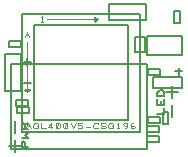
<source format=gbr>
%FSLAX35Y35*%
%MOIN*%
G04 EasyPC Gerber Version 18.0.9 Build 3640 *
%ADD17C,0.00100*%
%ADD86C,0.00197*%
%ADD87C,0.00276*%
%ADD10C,0.00500*%
%ADD16C,0.00600*%
%ADD85C,0.00700*%
X0Y0D02*
D02*
D10*
X2907Y36305D02*
Y38205D01*
X6907*
Y36305*
X2907*
X3783Y2179D02*
X48980D01*
Y30368*
X3783*
Y2179*
X7073Y21596D02*
X1773D01*
Y33896*
X7073*
Y21596*
X7278Y47313D02*
X46648D01*
Y7943*
X7278*
Y47313*
X8656Y21919D02*
X8459D01*
X8852Y21821D02*
Y21526D01*
X8951*
Y21919D02*
Y21427D01*
X9049*
X9173Y29996D02*
Y32496D01*
X9344Y21919D02*
Y21427D01*
X9246*
X9437Y18550D02*
Y16650D01*
X5437*
Y18550*
X9437*
X9443Y21821D02*
Y21526D01*
X9344*
X9537Y16050D02*
Y14150D01*
X5537*
Y16050*
X9537*
X9640Y21919D02*
X9837D01*
X10423Y23996D02*
X7923D01*
X10423Y31246D02*
X7923D01*
X11215Y43376D02*
X42711D01*
Y11880*
X11215*
Y43376*
X31785Y44852D02*
Y44656D01*
Y45148D02*
X32278D01*
Y45246*
X31785Y45541D02*
X32278D01*
Y45443*
X31785Y45837D02*
Y46033D01*
X31884Y45049D02*
X32179D01*
Y45148*
X31884Y45640D02*
X32179D01*
Y45541*
X44985Y34331D02*
Y39449D01*
X48518*
Y34331*
X44985*
X48664Y50426D02*
Y45126D01*
X36364*
Y50426*
X48664*
X49157Y39961D02*
X60850D01*
Y33346*
X49157*
Y39961*
X49266Y26850D02*
Y28750D01*
X53266*
Y26850*
X49266*
X52886Y6450D02*
Y4550D01*
X48886*
Y6450*
X52886*
X52937Y9750D02*
Y7850D01*
X48937*
Y9750*
X52937*
X53267Y12850D02*
Y10950D01*
X49267*
Y12850*
X53267*
X54237Y14550D02*
X56137D01*
Y10550*
X54237*
Y14550*
X58002Y48209D02*
X59902D01*
Y44209*
X58002*
Y48209*
X59610Y29285D02*
Y26785D01*
X60660Y26185D02*
Y22385D01*
X51060*
Y26185*
X60660*
X60860Y28035D02*
X58360D01*
D02*
D16*
X3114Y3037D02*
X7114D01*
X5114Y1037D02*
Y5037D01*
X4959Y7539D02*
Y11539D01*
X55368Y21197D02*
X59368D01*
X57368Y19197D02*
Y23197D01*
X57429Y12825D02*
Y16825D01*
D02*
D17*
X8656Y9002D02*
X9437Y10877D01*
X10218Y9002*
X8968Y9783D02*
X9906D01*
X12249D02*
X12718D01*
Y9627*
X12562Y9315*
X12406Y9159*
X12093Y9002*
X11781*
X11468Y9159*
X11312Y9315*
X11156Y9627*
Y10252*
X11312Y10565*
X11468Y10721*
X11781Y10877*
X12093*
X12406Y10721*
X12562Y10565*
X12718Y10252*
X13656Y10877D02*
Y9002D01*
X15218*
X16937D02*
Y10877D01*
X16156Y9627*
X17406*
X18812Y9159D02*
X19124Y9002D01*
X19437*
X19749Y9159*
X19906Y9471*
Y10409*
X19749Y10721*
X19437Y10877*
X19124*
X18812Y10721*
X18656Y10409*
Y9471*
X18812Y9159*
X19749Y10721*
X21312Y9159D02*
X21624Y9002D01*
X21937*
X22249Y9159*
X22406Y9471*
Y10409*
X22249Y10721*
X21937Y10877*
X21624*
X21312Y10721*
X21156Y10409*
Y9471*
X21312Y9159*
X22249Y10721*
X23656Y10877D02*
X24437Y9002D01*
X25218Y10877*
X26156Y9159D02*
X26468Y9002D01*
X26937*
X27249Y9159*
X27406Y9471*
Y9627*
X27249Y9940*
X26937Y10096*
X26156*
Y10877*
X27406*
X28656Y9627D02*
X29906D01*
X32718Y9315D02*
X32562Y9159D01*
X32249Y9002*
X31781*
X31468Y9159*
X31312Y9315*
X31156Y9627*
Y10252*
X31312Y10565*
X31468Y10721*
X31781Y10877*
X32249*
X32562Y10721*
X32718Y10565*
X33656Y9471D02*
X33812Y9159D01*
X34124Y9002*
X34749*
X35062Y9159*
X35218Y9471*
X35062Y9783*
X34749Y9940*
X34124*
X33812Y10096*
X33656Y10409*
X33812Y10721*
X34124Y10877*
X34749*
X35062Y10721*
X35218Y10409*
X37249Y9783D02*
X37718D01*
Y9627*
X37562Y9315*
X37406Y9159*
X37093Y9002*
X36781*
X36468Y9159*
X36312Y9315*
X36156Y9627*
Y10252*
X36312Y10565*
X36468Y10721*
X36781Y10877*
X37093*
X37406Y10721*
X37562Y10565*
X37718Y10252*
X38968Y9002D02*
X39593D01*
X39281D02*
Y10877D01*
X38968Y10565*
X41624Y9002D02*
X41937Y9159D01*
X42249Y9471*
X42406Y9940*
Y10409*
X42249Y10721*
X41937Y10877*
X41624*
X41312Y10721*
X41156Y10409*
X41312Y10096*
X41624Y9940*
X41937*
X42249Y10096*
X42406Y10409*
X43656Y9471D02*
X43812Y9783D01*
X44124Y9940*
X44437*
X44749Y9783*
X44906Y9471*
X44749Y9159*
X44437Y9002*
X44124*
X43812Y9159*
X43656Y9471*
Y9940*
X43812Y10409*
X44124Y10721*
X44437Y10877*
D02*
D85*
X9481Y2785D02*
X7231D01*
Y4098*
X7418Y4473*
X7793Y4661*
X8168Y4473*
X8356Y4098*
Y2785*
X7231Y5785D02*
X9481Y5973D01*
X8356Y6723*
X9481Y7473*
X7231Y7661*
X9481Y8785D02*
X7231D01*
Y10098*
X7418Y10473*
X7793Y10661*
X8168Y10473*
X8356Y10098*
Y8785*
Y10098D02*
X9481Y10661D01*
X52526Y13789D02*
X54776D01*
Y15665*
Y16789D02*
X52526D01*
Y18665*
X53651Y18289D02*
Y16789D01*
X54776D02*
Y18665D01*
Y19789D02*
X52526D01*
Y20915*
X52713Y21289*
X52901Y21477*
X53276Y21665*
X54026*
X54401Y21477*
X54589Y21289*
X54776Y20915*
Y19789*
D02*
D86*
X9148Y21033D02*
Y22116D01*
X8262*
Y21919*
X9148Y21033*
Y22116*
X10033*
Y21919*
X9148Y21033*
Y37963D02*
Y21132D01*
Y37963D02*
Y21132D01*
X15742Y45344D02*
X32573D01*
X15742D02*
X32573D01*
X32671D02*
X31589D01*
Y44459*
X31785*
X32671Y45344*
X31589*
Y46230*
X31785*
X32671Y45344*
D02*
D87*
X8262Y39416D02*
X9043Y41291D01*
X9824Y39416*
X8574Y40197D02*
X9512D01*
X13594Y44534D02*
X14219D01*
X13907D02*
Y46409D01*
X13594Y46096*
X0Y0D02*
M02*

</source>
